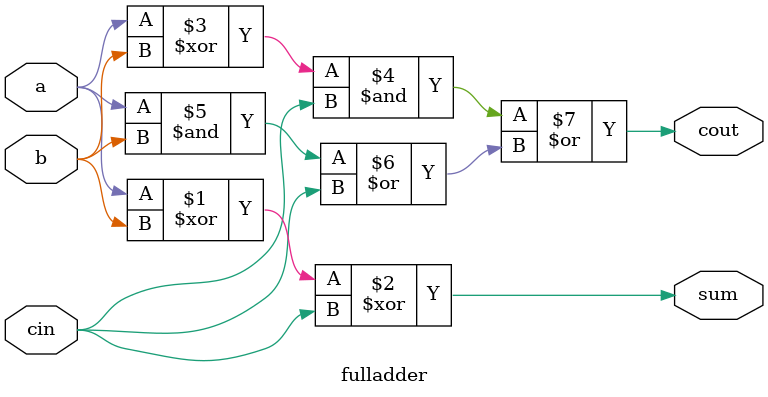
<source format=v>
module fulladder(a, b, cin, sum, cout);
input a,b,cin;
output sum,cout;
assign sum=(a^b)^cin;
assign cout=((a^b)&cin)|((a&b) | cin);
endmodule

</source>
